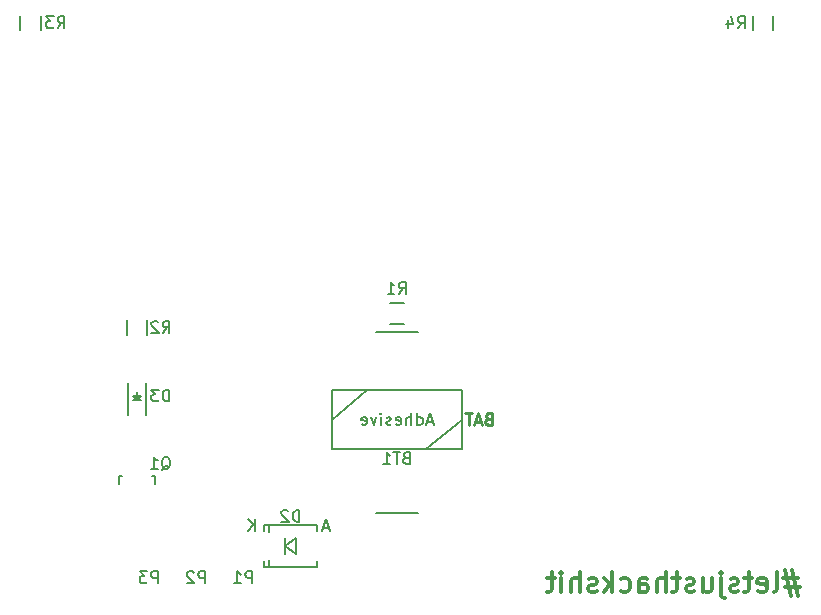
<source format=gbo>
G04 #@! TF.FileFunction,Legend,Bot*
%FSLAX46Y46*%
G04 Gerber Fmt 4.6, Leading zero omitted, Abs format (unit mm)*
G04 Created by KiCad (PCBNEW 4.0.3+e1-6302~38~ubuntu16.04.1-stable) date Sat Aug 27 13:07:25 2016*
%MOMM*%
%LPD*%
G01*
G04 APERTURE LIST*
%ADD10C,0.100000*%
%ADD11C,0.330000*%
%ADD12C,0.150000*%
%ADD13C,0.250000*%
G04 APERTURE END LIST*
D10*
D11*
X196923808Y-129435714D02*
X195709523Y-129435714D01*
X196438094Y-128707143D02*
X196923808Y-130892857D01*
X195871428Y-130164286D02*
X197085713Y-130164286D01*
X196357142Y-130892857D02*
X195871428Y-128707143D01*
X194899999Y-130569048D02*
X195061904Y-130488095D01*
X195142856Y-130326190D01*
X195142856Y-128869048D01*
X193604761Y-130488095D02*
X193766666Y-130569048D01*
X194090475Y-130569048D01*
X194252380Y-130488095D01*
X194333332Y-130326190D01*
X194333332Y-129678571D01*
X194252380Y-129516667D01*
X194090475Y-129435714D01*
X193766666Y-129435714D01*
X193604761Y-129516667D01*
X193523809Y-129678571D01*
X193523809Y-129840476D01*
X194333332Y-130002381D01*
X193038094Y-129435714D02*
X192390475Y-129435714D01*
X192795237Y-128869048D02*
X192795237Y-130326190D01*
X192714285Y-130488095D01*
X192552380Y-130569048D01*
X192390475Y-130569048D01*
X191904760Y-130488095D02*
X191742856Y-130569048D01*
X191419046Y-130569048D01*
X191257141Y-130488095D01*
X191176189Y-130326190D01*
X191176189Y-130245238D01*
X191257141Y-130083333D01*
X191419046Y-130002381D01*
X191661903Y-130002381D01*
X191823808Y-129921429D01*
X191904760Y-129759524D01*
X191904760Y-129678571D01*
X191823808Y-129516667D01*
X191661903Y-129435714D01*
X191419046Y-129435714D01*
X191257141Y-129516667D01*
X190447618Y-129435714D02*
X190447618Y-130892857D01*
X190528570Y-131054762D01*
X190690475Y-131135714D01*
X190771428Y-131135714D01*
X190447618Y-128869048D02*
X190528570Y-128950000D01*
X190447618Y-129030952D01*
X190366666Y-128950000D01*
X190447618Y-128869048D01*
X190447618Y-129030952D01*
X188909523Y-129435714D02*
X188909523Y-130569048D01*
X189638094Y-129435714D02*
X189638094Y-130326190D01*
X189557142Y-130488095D01*
X189395237Y-130569048D01*
X189152380Y-130569048D01*
X188990475Y-130488095D01*
X188909523Y-130407143D01*
X188180951Y-130488095D02*
X188019047Y-130569048D01*
X187695237Y-130569048D01*
X187533332Y-130488095D01*
X187452380Y-130326190D01*
X187452380Y-130245238D01*
X187533332Y-130083333D01*
X187695237Y-130002381D01*
X187938094Y-130002381D01*
X188099999Y-129921429D01*
X188180951Y-129759524D01*
X188180951Y-129678571D01*
X188099999Y-129516667D01*
X187938094Y-129435714D01*
X187695237Y-129435714D01*
X187533332Y-129516667D01*
X186966666Y-129435714D02*
X186319047Y-129435714D01*
X186723809Y-128869048D02*
X186723809Y-130326190D01*
X186642857Y-130488095D01*
X186480952Y-130569048D01*
X186319047Y-130569048D01*
X185752380Y-130569048D02*
X185752380Y-128869048D01*
X185023809Y-130569048D02*
X185023809Y-129678571D01*
X185104761Y-129516667D01*
X185266666Y-129435714D01*
X185509523Y-129435714D01*
X185671428Y-129516667D01*
X185752380Y-129597619D01*
X183485714Y-130569048D02*
X183485714Y-129678571D01*
X183566666Y-129516667D01*
X183728571Y-129435714D01*
X184052380Y-129435714D01*
X184214285Y-129516667D01*
X183485714Y-130488095D02*
X183647618Y-130569048D01*
X184052380Y-130569048D01*
X184214285Y-130488095D01*
X184295237Y-130326190D01*
X184295237Y-130164286D01*
X184214285Y-130002381D01*
X184052380Y-129921429D01*
X183647618Y-129921429D01*
X183485714Y-129840476D01*
X181947619Y-130488095D02*
X182109523Y-130569048D01*
X182433333Y-130569048D01*
X182595238Y-130488095D01*
X182676190Y-130407143D01*
X182757142Y-130245238D01*
X182757142Y-129759524D01*
X182676190Y-129597619D01*
X182595238Y-129516667D01*
X182433333Y-129435714D01*
X182109523Y-129435714D01*
X181947619Y-129516667D01*
X181219047Y-130569048D02*
X181219047Y-128869048D01*
X181057142Y-129921429D02*
X180571428Y-130569048D01*
X180571428Y-129435714D02*
X181219047Y-130083333D01*
X179923809Y-130488095D02*
X179761905Y-130569048D01*
X179438095Y-130569048D01*
X179276190Y-130488095D01*
X179195238Y-130326190D01*
X179195238Y-130245238D01*
X179276190Y-130083333D01*
X179438095Y-130002381D01*
X179680952Y-130002381D01*
X179842857Y-129921429D01*
X179923809Y-129759524D01*
X179923809Y-129678571D01*
X179842857Y-129516667D01*
X179680952Y-129435714D01*
X179438095Y-129435714D01*
X179276190Y-129516667D01*
X178466667Y-130569048D02*
X178466667Y-128869048D01*
X177738096Y-130569048D02*
X177738096Y-129678571D01*
X177819048Y-129516667D01*
X177980953Y-129435714D01*
X178223810Y-129435714D01*
X178385715Y-129516667D01*
X178466667Y-129597619D01*
X176928572Y-130569048D02*
X176928572Y-129435714D01*
X176928572Y-128869048D02*
X177009524Y-128950000D01*
X176928572Y-129030952D01*
X176847620Y-128950000D01*
X176928572Y-128869048D01*
X176928572Y-129030952D01*
X176361905Y-129435714D02*
X175714286Y-129435714D01*
X176119048Y-128869048D02*
X176119048Y-130326190D01*
X176038096Y-130488095D01*
X175876191Y-130569048D01*
X175714286Y-130569048D01*
D12*
X161200000Y-108550000D02*
X164800000Y-108550000D01*
X161200000Y-123900000D02*
X164800000Y-123900000D01*
X157500000Y-116000000D02*
X160500000Y-113500000D01*
X165500000Y-118500000D02*
X168500000Y-116000000D01*
X157500000Y-118500000D02*
X157500000Y-113500000D01*
X168500000Y-118500000D02*
X168500000Y-113500000D01*
X157500000Y-118500000D02*
X168500000Y-118500000D01*
X157500000Y-113500000D02*
X168500000Y-113500000D01*
X162400000Y-107875000D02*
X163600000Y-107875000D01*
X163600000Y-106125000D02*
X162400000Y-106125000D01*
X153500420Y-126700000D02*
X154450380Y-127401040D01*
X154450380Y-127401040D02*
X154450380Y-125998960D01*
X154450380Y-125998960D02*
X153500420Y-126700000D01*
X153500420Y-127401040D02*
X153500420Y-125998960D01*
X151749560Y-125300460D02*
X151749560Y-125450320D01*
X151749560Y-128099540D02*
X151749560Y-127949680D01*
X152200860Y-125300460D02*
X152200860Y-125501120D01*
X156250440Y-125351260D02*
X156250440Y-125450320D01*
X152200860Y-128048740D02*
X152200860Y-127898880D01*
X156250440Y-128099540D02*
X156250440Y-127949680D01*
X152200860Y-124949940D02*
X152200860Y-125300460D01*
X152200860Y-128450060D02*
X152200860Y-128099540D01*
X156250440Y-124949940D02*
X156250440Y-125300460D01*
X151749560Y-124949940D02*
X151749560Y-125300460D01*
X151749560Y-128450060D02*
X151749560Y-128099540D01*
X156250440Y-128450060D02*
X156250440Y-128099540D01*
X151749560Y-124949940D02*
X156250440Y-124949940D01*
X151749560Y-128450060D02*
X156250440Y-128450060D01*
X140250000Y-115600000D02*
X140250000Y-112900000D01*
X141750000Y-115600000D02*
X141750000Y-112900000D01*
X140850000Y-114100000D02*
X141100000Y-114100000D01*
X141100000Y-114100000D02*
X140950000Y-114250000D01*
X141350000Y-114350000D02*
X140650000Y-114350000D01*
X141000000Y-114000000D02*
X141000000Y-113650000D01*
X141000000Y-114350000D02*
X141350000Y-114000000D01*
X141350000Y-114000000D02*
X140650000Y-114000000D01*
X140650000Y-114000000D02*
X141000000Y-114350000D01*
X142499820Y-121450800D02*
X142499820Y-120749760D01*
X142499820Y-120749760D02*
X142250900Y-120749760D01*
X139700840Y-120749760D02*
X139500180Y-120749760D01*
X139500180Y-120749760D02*
X139500180Y-121450800D01*
X141875000Y-108800000D02*
X141875000Y-107600000D01*
X140125000Y-107600000D02*
X140125000Y-108800000D01*
X131125000Y-81800000D02*
X131125000Y-83000000D01*
X132875000Y-83000000D02*
X132875000Y-81800000D01*
X193125000Y-81800000D02*
X193125000Y-83000000D01*
X194875000Y-83000000D02*
X194875000Y-81800000D01*
X163785714Y-119228571D02*
X163642857Y-119276190D01*
X163595238Y-119323810D01*
X163547619Y-119419048D01*
X163547619Y-119561905D01*
X163595238Y-119657143D01*
X163642857Y-119704762D01*
X163738095Y-119752381D01*
X164119048Y-119752381D01*
X164119048Y-118752381D01*
X163785714Y-118752381D01*
X163690476Y-118800000D01*
X163642857Y-118847619D01*
X163595238Y-118942857D01*
X163595238Y-119038095D01*
X163642857Y-119133333D01*
X163690476Y-119180952D01*
X163785714Y-119228571D01*
X164119048Y-119228571D01*
X163261905Y-118752381D02*
X162690476Y-118752381D01*
X162976191Y-119752381D02*
X162976191Y-118752381D01*
X161833333Y-119752381D02*
X162404762Y-119752381D01*
X162119048Y-119752381D02*
X162119048Y-118752381D01*
X162214286Y-118895238D01*
X162309524Y-118990476D01*
X162404762Y-119038095D01*
D13*
X170738095Y-115928571D02*
X170595238Y-115976190D01*
X170547619Y-116023810D01*
X170500000Y-116119048D01*
X170500000Y-116261905D01*
X170547619Y-116357143D01*
X170595238Y-116404762D01*
X170690476Y-116452381D01*
X171071429Y-116452381D01*
X171071429Y-115452381D01*
X170738095Y-115452381D01*
X170642857Y-115500000D01*
X170595238Y-115547619D01*
X170547619Y-115642857D01*
X170547619Y-115738095D01*
X170595238Y-115833333D01*
X170642857Y-115880952D01*
X170738095Y-115928571D01*
X171071429Y-115928571D01*
X170119048Y-116166667D02*
X169642857Y-116166667D01*
X170214286Y-116452381D02*
X169880953Y-115452381D01*
X169547619Y-116452381D01*
X169357143Y-115452381D02*
X168785714Y-115452381D01*
X169071429Y-116452381D02*
X169071429Y-115452381D01*
D12*
X166023810Y-116166667D02*
X165547619Y-116166667D01*
X166119048Y-116452381D02*
X165785715Y-115452381D01*
X165452381Y-116452381D01*
X164690476Y-116452381D02*
X164690476Y-115452381D01*
X164690476Y-116404762D02*
X164785714Y-116452381D01*
X164976191Y-116452381D01*
X165071429Y-116404762D01*
X165119048Y-116357143D01*
X165166667Y-116261905D01*
X165166667Y-115976190D01*
X165119048Y-115880952D01*
X165071429Y-115833333D01*
X164976191Y-115785714D01*
X164785714Y-115785714D01*
X164690476Y-115833333D01*
X164214286Y-116452381D02*
X164214286Y-115452381D01*
X163785714Y-116452381D02*
X163785714Y-115928571D01*
X163833333Y-115833333D01*
X163928571Y-115785714D01*
X164071429Y-115785714D01*
X164166667Y-115833333D01*
X164214286Y-115880952D01*
X162928571Y-116404762D02*
X163023809Y-116452381D01*
X163214286Y-116452381D01*
X163309524Y-116404762D01*
X163357143Y-116309524D01*
X163357143Y-115928571D01*
X163309524Y-115833333D01*
X163214286Y-115785714D01*
X163023809Y-115785714D01*
X162928571Y-115833333D01*
X162880952Y-115928571D01*
X162880952Y-116023810D01*
X163357143Y-116119048D01*
X162500000Y-116404762D02*
X162404762Y-116452381D01*
X162214286Y-116452381D01*
X162119047Y-116404762D01*
X162071428Y-116309524D01*
X162071428Y-116261905D01*
X162119047Y-116166667D01*
X162214286Y-116119048D01*
X162357143Y-116119048D01*
X162452381Y-116071429D01*
X162500000Y-115976190D01*
X162500000Y-115928571D01*
X162452381Y-115833333D01*
X162357143Y-115785714D01*
X162214286Y-115785714D01*
X162119047Y-115833333D01*
X161642857Y-116452381D02*
X161642857Y-115785714D01*
X161642857Y-115452381D02*
X161690476Y-115500000D01*
X161642857Y-115547619D01*
X161595238Y-115500000D01*
X161642857Y-115452381D01*
X161642857Y-115547619D01*
X161261905Y-115785714D02*
X161023810Y-116452381D01*
X160785714Y-115785714D01*
X160023809Y-116404762D02*
X160119047Y-116452381D01*
X160309524Y-116452381D01*
X160404762Y-116404762D01*
X160452381Y-116309524D01*
X160452381Y-115928571D01*
X160404762Y-115833333D01*
X160309524Y-115785714D01*
X160119047Y-115785714D01*
X160023809Y-115833333D01*
X159976190Y-115928571D01*
X159976190Y-116023810D01*
X160452381Y-116119048D01*
X163166666Y-105352381D02*
X163500000Y-104876190D01*
X163738095Y-105352381D02*
X163738095Y-104352381D01*
X163357142Y-104352381D01*
X163261904Y-104400000D01*
X163214285Y-104447619D01*
X163166666Y-104542857D01*
X163166666Y-104685714D01*
X163214285Y-104780952D01*
X163261904Y-104828571D01*
X163357142Y-104876190D01*
X163738095Y-104876190D01*
X162214285Y-105352381D02*
X162785714Y-105352381D01*
X162500000Y-105352381D02*
X162500000Y-104352381D01*
X162595238Y-104495238D01*
X162690476Y-104590476D01*
X162785714Y-104638095D01*
X154738095Y-124652381D02*
X154738095Y-123652381D01*
X154500000Y-123652381D01*
X154357142Y-123700000D01*
X154261904Y-123795238D01*
X154214285Y-123890476D01*
X154166666Y-124080952D01*
X154166666Y-124223810D01*
X154214285Y-124414286D01*
X154261904Y-124509524D01*
X154357142Y-124604762D01*
X154500000Y-124652381D01*
X154738095Y-124652381D01*
X153785714Y-123747619D02*
X153738095Y-123700000D01*
X153642857Y-123652381D01*
X153404761Y-123652381D01*
X153309523Y-123700000D01*
X153261904Y-123747619D01*
X153214285Y-123842857D01*
X153214285Y-123938095D01*
X153261904Y-124080952D01*
X153833333Y-124652381D01*
X153214285Y-124652381D01*
X150961905Y-125452381D02*
X150961905Y-124452381D01*
X150390476Y-125452381D02*
X150819048Y-124880952D01*
X150390476Y-124452381D02*
X150961905Y-125023810D01*
X157237835Y-125167407D02*
X156761644Y-125167407D01*
X157333073Y-125453121D02*
X156999740Y-124453121D01*
X156666406Y-125453121D01*
X143738095Y-114452381D02*
X143738095Y-113452381D01*
X143500000Y-113452381D01*
X143357142Y-113500000D01*
X143261904Y-113595238D01*
X143214285Y-113690476D01*
X143166666Y-113880952D01*
X143166666Y-114023810D01*
X143214285Y-114214286D01*
X143261904Y-114309524D01*
X143357142Y-114404762D01*
X143500000Y-114452381D01*
X143738095Y-114452381D01*
X142833333Y-113452381D02*
X142214285Y-113452381D01*
X142547619Y-113833333D01*
X142404761Y-113833333D01*
X142309523Y-113880952D01*
X142261904Y-113928571D01*
X142214285Y-114023810D01*
X142214285Y-114261905D01*
X142261904Y-114357143D01*
X142309523Y-114404762D01*
X142404761Y-114452381D01*
X142690476Y-114452381D01*
X142785714Y-114404762D01*
X142833333Y-114357143D01*
X150738095Y-129852381D02*
X150738095Y-128852381D01*
X150357142Y-128852381D01*
X150261904Y-128900000D01*
X150214285Y-128947619D01*
X150166666Y-129042857D01*
X150166666Y-129185714D01*
X150214285Y-129280952D01*
X150261904Y-129328571D01*
X150357142Y-129376190D01*
X150738095Y-129376190D01*
X149214285Y-129852381D02*
X149785714Y-129852381D01*
X149500000Y-129852381D02*
X149500000Y-128852381D01*
X149595238Y-128995238D01*
X149690476Y-129090476D01*
X149785714Y-129138095D01*
X146738095Y-129852381D02*
X146738095Y-128852381D01*
X146357142Y-128852381D01*
X146261904Y-128900000D01*
X146214285Y-128947619D01*
X146166666Y-129042857D01*
X146166666Y-129185714D01*
X146214285Y-129280952D01*
X146261904Y-129328571D01*
X146357142Y-129376190D01*
X146738095Y-129376190D01*
X145785714Y-128947619D02*
X145738095Y-128900000D01*
X145642857Y-128852381D01*
X145404761Y-128852381D01*
X145309523Y-128900000D01*
X145261904Y-128947619D01*
X145214285Y-129042857D01*
X145214285Y-129138095D01*
X145261904Y-129280952D01*
X145833333Y-129852381D01*
X145214285Y-129852381D01*
X142738095Y-129852381D02*
X142738095Y-128852381D01*
X142357142Y-128852381D01*
X142261904Y-128900000D01*
X142214285Y-128947619D01*
X142166666Y-129042857D01*
X142166666Y-129185714D01*
X142214285Y-129280952D01*
X142261904Y-129328571D01*
X142357142Y-129376190D01*
X142738095Y-129376190D01*
X141833333Y-128852381D02*
X141214285Y-128852381D01*
X141547619Y-129233333D01*
X141404761Y-129233333D01*
X141309523Y-129280952D01*
X141261904Y-129328571D01*
X141214285Y-129423810D01*
X141214285Y-129661905D01*
X141261904Y-129757143D01*
X141309523Y-129804762D01*
X141404761Y-129852381D01*
X141690476Y-129852381D01*
X141785714Y-129804762D01*
X141833333Y-129757143D01*
X143071429Y-120247619D02*
X143166667Y-120200000D01*
X143261905Y-120104762D01*
X143404762Y-119961905D01*
X143500001Y-119914286D01*
X143595239Y-119914286D01*
X143547620Y-120152381D02*
X143642858Y-120104762D01*
X143738096Y-120009524D01*
X143785715Y-119819048D01*
X143785715Y-119485714D01*
X143738096Y-119295238D01*
X143642858Y-119200000D01*
X143547620Y-119152381D01*
X143357143Y-119152381D01*
X143261905Y-119200000D01*
X143166667Y-119295238D01*
X143119048Y-119485714D01*
X143119048Y-119819048D01*
X143166667Y-120009524D01*
X143261905Y-120104762D01*
X143357143Y-120152381D01*
X143547620Y-120152381D01*
X142166667Y-120152381D02*
X142738096Y-120152381D01*
X142452382Y-120152381D02*
X142452382Y-119152381D01*
X142547620Y-119295238D01*
X142642858Y-119390476D01*
X142738096Y-119438095D01*
X143166666Y-108652381D02*
X143500000Y-108176190D01*
X143738095Y-108652381D02*
X143738095Y-107652381D01*
X143357142Y-107652381D01*
X143261904Y-107700000D01*
X143214285Y-107747619D01*
X143166666Y-107842857D01*
X143166666Y-107985714D01*
X143214285Y-108080952D01*
X143261904Y-108128571D01*
X143357142Y-108176190D01*
X143738095Y-108176190D01*
X142785714Y-107747619D02*
X142738095Y-107700000D01*
X142642857Y-107652381D01*
X142404761Y-107652381D01*
X142309523Y-107700000D01*
X142261904Y-107747619D01*
X142214285Y-107842857D01*
X142214285Y-107938095D01*
X142261904Y-108080952D01*
X142833333Y-108652381D01*
X142214285Y-108652381D01*
X134266666Y-82852381D02*
X134600000Y-82376190D01*
X134838095Y-82852381D02*
X134838095Y-81852381D01*
X134457142Y-81852381D01*
X134361904Y-81900000D01*
X134314285Y-81947619D01*
X134266666Y-82042857D01*
X134266666Y-82185714D01*
X134314285Y-82280952D01*
X134361904Y-82328571D01*
X134457142Y-82376190D01*
X134838095Y-82376190D01*
X133933333Y-81852381D02*
X133314285Y-81852381D01*
X133647619Y-82233333D01*
X133504761Y-82233333D01*
X133409523Y-82280952D01*
X133361904Y-82328571D01*
X133314285Y-82423810D01*
X133314285Y-82661905D01*
X133361904Y-82757143D01*
X133409523Y-82804762D01*
X133504761Y-82852381D01*
X133790476Y-82852381D01*
X133885714Y-82804762D01*
X133933333Y-82757143D01*
X191866666Y-82852381D02*
X192200000Y-82376190D01*
X192438095Y-82852381D02*
X192438095Y-81852381D01*
X192057142Y-81852381D01*
X191961904Y-81900000D01*
X191914285Y-81947619D01*
X191866666Y-82042857D01*
X191866666Y-82185714D01*
X191914285Y-82280952D01*
X191961904Y-82328571D01*
X192057142Y-82376190D01*
X192438095Y-82376190D01*
X191009523Y-82185714D02*
X191009523Y-82852381D01*
X191247619Y-81804762D02*
X191485714Y-82519048D01*
X190866666Y-82519048D01*
M02*

</source>
